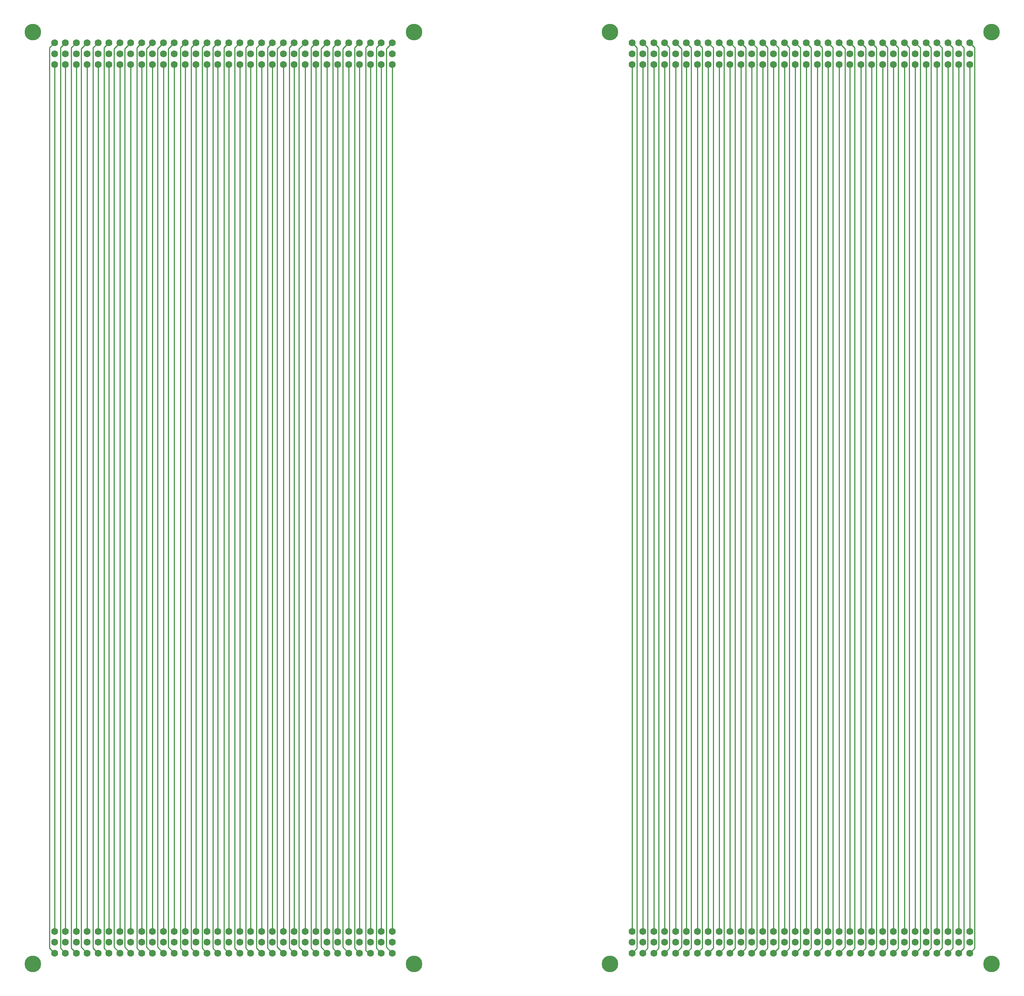
<source format=gbr>
%TF.GenerationSoftware,KiCad,Pcbnew,7.0.1*%
%TF.CreationDate,2023-10-13T00:12:24+03:00*%
%TF.ProjectId,turbo_86m_extender_board,74757262-6f5f-4383-966d-5f657874656e,rev?*%
%TF.SameCoordinates,Original*%
%TF.FileFunction,Copper,L1,Top*%
%TF.FilePolarity,Positive*%
%FSLAX46Y46*%
G04 Gerber Fmt 4.6, Leading zero omitted, Abs format (unit mm)*
G04 Created by KiCad (PCBNEW 7.0.1) date 2023-10-13 00:12:24*
%MOMM*%
%LPD*%
G01*
G04 APERTURE LIST*
%TA.AperFunction,ComponentPad*%
%ADD10C,3.800000*%
%TD*%
%TA.AperFunction,ComponentPad*%
%ADD11C,1.600000*%
%TD*%
%TA.AperFunction,Conductor*%
%ADD12C,0.250000*%
%TD*%
G04 APERTURE END LIST*
D10*
%TO.P,D2,*%
%TO.N,*%
X6000000Y-216500000D03*
X93500000Y-216500000D03*
D11*
%TO.P,D2,1,A1*%
%TO.N,A32*%
X88500000Y-214000000D03*
%TO.P,D2,2,A2*%
%TO.N,A31*%
X86000000Y-214000000D03*
%TO.P,D2,3,A3*%
%TO.N,A30*%
X83500000Y-214000000D03*
%TO.P,D2,4,A4*%
%TO.N,A29*%
X81000000Y-214000000D03*
%TO.P,D2,5,A5*%
%TO.N,A28*%
X78500000Y-214000000D03*
%TO.P,D2,6,A6*%
%TO.N,A27*%
X76000000Y-214000000D03*
%TO.P,D2,7,A7*%
%TO.N,A26*%
X73500000Y-214000000D03*
%TO.P,D2,8,A8*%
%TO.N,A25*%
X71000000Y-214000000D03*
%TO.P,D2,9,A9*%
%TO.N,A24*%
X68500000Y-214000000D03*
%TO.P,D2,10,A10*%
%TO.N,A23*%
X66000000Y-214000000D03*
%TO.P,D2,11,A11*%
%TO.N,A22*%
X63500000Y-214000000D03*
%TO.P,D2,12,A12*%
%TO.N,A21*%
X61000000Y-214000000D03*
%TO.P,D2,13,A13*%
%TO.N,A20*%
X58500000Y-214000000D03*
%TO.P,D2,14,A14*%
%TO.N,A19*%
X56000000Y-214000000D03*
%TO.P,D2,15,A15*%
%TO.N,A18*%
X53500000Y-214000000D03*
%TO.P,D2,16,A16*%
%TO.N,A17*%
X51000000Y-214000000D03*
%TO.P,D2,17,A17*%
%TO.N,A16*%
X48500000Y-214000000D03*
%TO.P,D2,18,A18*%
%TO.N,A15*%
X46000000Y-214000000D03*
%TO.P,D2,19,A19*%
%TO.N,A14*%
X43500000Y-214000000D03*
%TO.P,D2,20,A20*%
%TO.N,A13*%
X41000000Y-214000000D03*
%TO.P,D2,21,A21*%
%TO.N,A12*%
X38500000Y-214000000D03*
%TO.P,D2,22,A22*%
%TO.N,A11*%
X36000000Y-214000000D03*
%TO.P,D2,23,A23*%
%TO.N,A10*%
X33500000Y-214000000D03*
%TO.P,D2,24,A24*%
%TO.N,A9*%
X31000000Y-214000000D03*
%TO.P,D2,25,A25*%
%TO.N,A8*%
X28500000Y-214000000D03*
%TO.P,D2,26,A26*%
%TO.N,A7*%
X26000000Y-214000000D03*
%TO.P,D2,27,A27*%
%TO.N,A6*%
X23500000Y-214000000D03*
%TO.P,D2,28,A28*%
%TO.N,A5*%
X21000000Y-214000000D03*
%TO.P,D2,29,A29*%
%TO.N,A4*%
X18500000Y-214000000D03*
%TO.P,D2,30,A30*%
%TO.N,A3*%
X16000000Y-214000000D03*
%TO.P,D2,31,A31*%
%TO.N,A2*%
X13500000Y-214000000D03*
%TO.P,D2,32,A32*%
%TO.N,A1*%
X11000000Y-214000000D03*
%TO.P,D2,33,B1*%
%TO.N,B32*%
X88500000Y-211500000D03*
%TO.P,D2,34,B2*%
%TO.N,B31*%
X86000000Y-211500000D03*
%TO.P,D2,35,B3*%
%TO.N,B30*%
X83500000Y-211500000D03*
%TO.P,D2,36,B4*%
%TO.N,B29*%
X81000000Y-211500000D03*
%TO.P,D2,37,B5*%
%TO.N,B28*%
X78500000Y-211500000D03*
%TO.P,D2,38,B6*%
%TO.N,B27*%
X76000000Y-211500000D03*
%TO.P,D2,39,B7*%
%TO.N,B26*%
X73500000Y-211500000D03*
%TO.P,D2,40,B8*%
%TO.N,B25*%
X71000000Y-211500000D03*
%TO.P,D2,41,B9*%
%TO.N,B24*%
X68500000Y-211500000D03*
%TO.P,D2,42,B10*%
%TO.N,B23*%
X66000000Y-211500000D03*
%TO.P,D2,43,B11*%
%TO.N,B22*%
X63500000Y-211500000D03*
%TO.P,D2,44,B12*%
%TO.N,B21*%
X61000000Y-211500000D03*
%TO.P,D2,45,B13*%
%TO.N,B20*%
X58500000Y-211500000D03*
%TO.P,D2,46,B14*%
%TO.N,B19*%
X56000000Y-211500000D03*
%TO.P,D2,47,B15*%
%TO.N,B18*%
X53500000Y-211500000D03*
%TO.P,D2,48,B16*%
%TO.N,B17*%
X51000000Y-211500000D03*
%TO.P,D2,49,B17*%
%TO.N,B16*%
X48500000Y-211500000D03*
%TO.P,D2,50,B18*%
%TO.N,B15*%
X46000000Y-211500000D03*
%TO.P,D2,51,B19*%
%TO.N,B14*%
X43500000Y-211500000D03*
%TO.P,D2,52,B20*%
%TO.N,B13*%
X41000000Y-211500000D03*
%TO.P,D2,53,B21*%
%TO.N,B12*%
X38500000Y-211500000D03*
%TO.P,D2,54,B22*%
%TO.N,B11*%
X36000000Y-211500000D03*
%TO.P,D2,55,B23*%
%TO.N,B10*%
X33500000Y-211500000D03*
%TO.P,D2,56,B24*%
%TO.N,B9*%
X31000000Y-211500000D03*
%TO.P,D2,57,B25*%
%TO.N,B8*%
X28500000Y-211500000D03*
%TO.P,D2,58,B26*%
%TO.N,B7*%
X26000000Y-211500000D03*
%TO.P,D2,59,B27*%
%TO.N,B6*%
X23500000Y-211500000D03*
%TO.P,D2,60,B28*%
%TO.N,B5*%
X21000000Y-211500000D03*
%TO.P,D2,61,B29*%
%TO.N,B4*%
X18500000Y-211500000D03*
%TO.P,D2,62,B30*%
%TO.N,B3*%
X16000000Y-211500000D03*
%TO.P,D2,63,B31*%
%TO.N,B2*%
X13500000Y-211500000D03*
%TO.P,D2,64,B32*%
%TO.N,B1*%
X11000000Y-211500000D03*
%TO.P,D2,65,C1*%
%TO.N,C32*%
X88500000Y-209000000D03*
%TO.P,D2,66,C2*%
%TO.N,C31*%
X86000000Y-209000000D03*
%TO.P,D2,67,C3*%
%TO.N,C30*%
X83500000Y-209000000D03*
%TO.P,D2,68,C4*%
%TO.N,C29*%
X81000000Y-209000000D03*
%TO.P,D2,69,C5*%
%TO.N,C28*%
X78500000Y-209000000D03*
%TO.P,D2,70,C6*%
%TO.N,C27*%
X76000000Y-209000000D03*
%TO.P,D2,71,C7*%
%TO.N,C26*%
X73500000Y-209000000D03*
%TO.P,D2,72,C8*%
%TO.N,C25*%
X71000000Y-209000000D03*
%TO.P,D2,73,C9*%
%TO.N,C24*%
X68500000Y-209000000D03*
%TO.P,D2,74,C10*%
%TO.N,C23*%
X66000000Y-209000000D03*
%TO.P,D2,75,C11*%
%TO.N,C22*%
X63500000Y-209000000D03*
%TO.P,D2,76,C12*%
%TO.N,C21*%
X61000000Y-209000000D03*
%TO.P,D2,77,C13*%
%TO.N,C20*%
X58500000Y-209000000D03*
%TO.P,D2,78,C14*%
%TO.N,C19*%
X56000000Y-209000000D03*
%TO.P,D2,79,C15*%
%TO.N,C18*%
X53500000Y-209000000D03*
%TO.P,D2,80,C16*%
%TO.N,C17*%
X51000000Y-209000000D03*
%TO.P,D2,81,C17*%
%TO.N,C16*%
X48500000Y-209000000D03*
%TO.P,D2,82,C18*%
%TO.N,C15*%
X46000000Y-209000000D03*
%TO.P,D2,83,C19*%
%TO.N,C14*%
X43500000Y-209000000D03*
%TO.P,D2,84,C20*%
%TO.N,C13*%
X41000000Y-209000000D03*
%TO.P,D2,85,C21*%
%TO.N,C12*%
X38500000Y-209000000D03*
%TO.P,D2,86,C22*%
%TO.N,C11*%
X36000000Y-209000000D03*
%TO.P,D2,87,C23*%
%TO.N,C10*%
X33500000Y-209000000D03*
%TO.P,D2,88,C24*%
%TO.N,C9*%
X31000000Y-209000000D03*
%TO.P,D2,89,C25*%
%TO.N,C8*%
X28500000Y-209000000D03*
%TO.P,D2,90,C26*%
%TO.N,C7*%
X26000000Y-209000000D03*
%TO.P,D2,91,C27*%
%TO.N,C6*%
X23500000Y-209000000D03*
%TO.P,D2,92,C28*%
%TO.N,C5*%
X21000000Y-209000000D03*
%TO.P,D2,93,C29*%
%TO.N,C4*%
X18500000Y-209000000D03*
%TO.P,D2,94,C30*%
%TO.N,C3*%
X16000000Y-209000000D03*
%TO.P,D2,95,C31*%
%TO.N,C2*%
X13500000Y-209000000D03*
%TO.P,D2,96,C32*%
%TO.N,C1*%
X11000000Y-209000000D03*
%TD*%
D10*
%TO.P,D4,*%
%TO.N,*%
X138500000Y-216500000D03*
X226000000Y-216500000D03*
D11*
%TO.P,D4,1,A1*%
%TO.N,_A32*%
X221000000Y-214000000D03*
%TO.P,D4,2,A2*%
%TO.N,_A31*%
X218500000Y-214000000D03*
%TO.P,D4,3,A3*%
%TO.N,_A30*%
X216000000Y-214000000D03*
%TO.P,D4,4,A4*%
%TO.N,_A29*%
X213500000Y-214000000D03*
%TO.P,D4,5,A5*%
%TO.N,_A28*%
X211000000Y-214000000D03*
%TO.P,D4,6,A6*%
%TO.N,_A27*%
X208500000Y-214000000D03*
%TO.P,D4,7,A7*%
%TO.N,_A26*%
X206000000Y-214000000D03*
%TO.P,D4,8,A8*%
%TO.N,_A25*%
X203500000Y-214000000D03*
%TO.P,D4,9,A9*%
%TO.N,_A24*%
X201000000Y-214000000D03*
%TO.P,D4,10,A10*%
%TO.N,_A23*%
X198500000Y-214000000D03*
%TO.P,D4,11,A11*%
%TO.N,_A22*%
X196000000Y-214000000D03*
%TO.P,D4,12,A12*%
%TO.N,_A21*%
X193500000Y-214000000D03*
%TO.P,D4,13,A13*%
%TO.N,_A20*%
X191000000Y-214000000D03*
%TO.P,D4,14,A14*%
%TO.N,_A19*%
X188500000Y-214000000D03*
%TO.P,D4,15,A15*%
%TO.N,_A18*%
X186000000Y-214000000D03*
%TO.P,D4,16,A16*%
%TO.N,_A17*%
X183500000Y-214000000D03*
%TO.P,D4,17,A17*%
%TO.N,_A16*%
X181000000Y-214000000D03*
%TO.P,D4,18,A18*%
%TO.N,_A15*%
X178500000Y-214000000D03*
%TO.P,D4,19,A19*%
%TO.N,_A14*%
X176000000Y-214000000D03*
%TO.P,D4,20,A20*%
%TO.N,_A13*%
X173500000Y-214000000D03*
%TO.P,D4,21,A21*%
%TO.N,_A12*%
X171000000Y-214000000D03*
%TO.P,D4,22,A22*%
%TO.N,_A11*%
X168500000Y-214000000D03*
%TO.P,D4,23,A23*%
%TO.N,_A10*%
X166000000Y-214000000D03*
%TO.P,D4,24,A24*%
%TO.N,_A9*%
X163500000Y-214000000D03*
%TO.P,D4,25,A25*%
%TO.N,_A8*%
X161000000Y-214000000D03*
%TO.P,D4,26,A26*%
%TO.N,_A7*%
X158500000Y-214000000D03*
%TO.P,D4,27,A27*%
%TO.N,_A6*%
X156000000Y-214000000D03*
%TO.P,D4,28,A28*%
%TO.N,_A5*%
X153500000Y-214000000D03*
%TO.P,D4,29,A29*%
%TO.N,_A4*%
X151000000Y-214000000D03*
%TO.P,D4,30,A30*%
%TO.N,_A3*%
X148500000Y-214000000D03*
%TO.P,D4,31,A31*%
%TO.N,_A2*%
X146000000Y-214000000D03*
%TO.P,D4,32,A32*%
%TO.N,_A1*%
X143500000Y-214000000D03*
%TO.P,D4,33,B1*%
%TO.N,_B32*%
X221000000Y-211500000D03*
%TO.P,D4,34,B2*%
%TO.N,_B31*%
X218500000Y-211500000D03*
%TO.P,D4,35,B3*%
%TO.N,_B30*%
X216000000Y-211500000D03*
%TO.P,D4,36,B4*%
%TO.N,_B29*%
X213500000Y-211500000D03*
%TO.P,D4,37,B5*%
%TO.N,_B28*%
X211000000Y-211500000D03*
%TO.P,D4,38,B6*%
%TO.N,_B27*%
X208500000Y-211500000D03*
%TO.P,D4,39,B7*%
%TO.N,_B26*%
X206000000Y-211500000D03*
%TO.P,D4,40,B8*%
%TO.N,_B25*%
X203500000Y-211500000D03*
%TO.P,D4,41,B9*%
%TO.N,_B24*%
X201000000Y-211500000D03*
%TO.P,D4,42,B10*%
%TO.N,_B23*%
X198500000Y-211500000D03*
%TO.P,D4,43,B11*%
%TO.N,_B22*%
X196000000Y-211500000D03*
%TO.P,D4,44,B12*%
%TO.N,_B21*%
X193500000Y-211500000D03*
%TO.P,D4,45,B13*%
%TO.N,_B20*%
X191000000Y-211500000D03*
%TO.P,D4,46,B14*%
%TO.N,_B19*%
X188500000Y-211500000D03*
%TO.P,D4,47,B15*%
%TO.N,_B18*%
X186000000Y-211500000D03*
%TO.P,D4,48,B16*%
%TO.N,_B17*%
X183500000Y-211500000D03*
%TO.P,D4,49,B17*%
%TO.N,_B16*%
X181000000Y-211500000D03*
%TO.P,D4,50,B18*%
%TO.N,_B15*%
X178500000Y-211500000D03*
%TO.P,D4,51,B19*%
%TO.N,_B14*%
X176000000Y-211500000D03*
%TO.P,D4,52,B20*%
%TO.N,_B13*%
X173500000Y-211500000D03*
%TO.P,D4,53,B21*%
%TO.N,_B12*%
X171000000Y-211500000D03*
%TO.P,D4,54,B22*%
%TO.N,_B11*%
X168500000Y-211500000D03*
%TO.P,D4,55,B23*%
%TO.N,_B10*%
X166000000Y-211500000D03*
%TO.P,D4,56,B24*%
%TO.N,_B9*%
X163500000Y-211500000D03*
%TO.P,D4,57,B25*%
%TO.N,_B8*%
X161000000Y-211500000D03*
%TO.P,D4,58,B26*%
%TO.N,_B7*%
X158500000Y-211500000D03*
%TO.P,D4,59,B27*%
%TO.N,_B6*%
X156000000Y-211500000D03*
%TO.P,D4,60,B28*%
%TO.N,_B5*%
X153500000Y-211500000D03*
%TO.P,D4,61,B29*%
%TO.N,_B4*%
X151000000Y-211500000D03*
%TO.P,D4,62,B30*%
%TO.N,_B3*%
X148500000Y-211500000D03*
%TO.P,D4,63,B31*%
%TO.N,_B2*%
X146000000Y-211500000D03*
%TO.P,D4,64,B32*%
%TO.N,_B1*%
X143500000Y-211500000D03*
%TO.P,D4,65,C1*%
%TO.N,_C32*%
X221000000Y-209000000D03*
%TO.P,D4,66,C2*%
%TO.N,_C31*%
X218500000Y-209000000D03*
%TO.P,D4,67,C3*%
%TO.N,_C30*%
X216000000Y-209000000D03*
%TO.P,D4,68,C4*%
%TO.N,_C29*%
X213500000Y-209000000D03*
%TO.P,D4,69,C5*%
%TO.N,_C28*%
X211000000Y-209000000D03*
%TO.P,D4,70,C6*%
%TO.N,_C27*%
X208500000Y-209000000D03*
%TO.P,D4,71,C7*%
%TO.N,_C26*%
X206000000Y-209000000D03*
%TO.P,D4,72,C8*%
%TO.N,_C25*%
X203500000Y-209000000D03*
%TO.P,D4,73,C9*%
%TO.N,_C24*%
X201000000Y-209000000D03*
%TO.P,D4,74,C10*%
%TO.N,_C23*%
X198500000Y-209000000D03*
%TO.P,D4,75,C11*%
%TO.N,_C22*%
X196000000Y-209000000D03*
%TO.P,D4,76,C12*%
%TO.N,_C21*%
X193500000Y-209000000D03*
%TO.P,D4,77,C13*%
%TO.N,_C20*%
X191000000Y-209000000D03*
%TO.P,D4,78,C14*%
%TO.N,_C19*%
X188500000Y-209000000D03*
%TO.P,D4,79,C15*%
%TO.N,_C18*%
X186000000Y-209000000D03*
%TO.P,D4,80,C16*%
%TO.N,_C17*%
X183500000Y-209000000D03*
%TO.P,D4,81,C17*%
%TO.N,_C16*%
X181000000Y-209000000D03*
%TO.P,D4,82,C18*%
%TO.N,_C15*%
X178500000Y-209000000D03*
%TO.P,D4,83,C19*%
%TO.N,_C14*%
X176000000Y-209000000D03*
%TO.P,D4,84,C20*%
%TO.N,_C13*%
X173500000Y-209000000D03*
%TO.P,D4,85,C21*%
%TO.N,_C12*%
X171000000Y-209000000D03*
%TO.P,D4,86,C22*%
%TO.N,_C11*%
X168500000Y-209000000D03*
%TO.P,D4,87,C23*%
%TO.N,_C10*%
X166000000Y-209000000D03*
%TO.P,D4,88,C24*%
%TO.N,_C9*%
X163500000Y-209000000D03*
%TO.P,D4,89,C25*%
%TO.N,_C8*%
X161000000Y-209000000D03*
%TO.P,D4,90,C26*%
%TO.N,_C7*%
X158500000Y-209000000D03*
%TO.P,D4,91,C27*%
%TO.N,_C6*%
X156000000Y-209000000D03*
%TO.P,D4,92,C28*%
%TO.N,_C5*%
X153500000Y-209000000D03*
%TO.P,D4,93,C29*%
%TO.N,_C4*%
X151000000Y-209000000D03*
%TO.P,D4,94,C30*%
%TO.N,_C3*%
X148500000Y-209000000D03*
%TO.P,D4,95,C31*%
%TO.N,_C2*%
X146000000Y-209000000D03*
%TO.P,D4,96,C32*%
%TO.N,_C1*%
X143500000Y-209000000D03*
%TD*%
D10*
%TO.P,D1,*%
%TO.N,*%
X93500000Y-2500000D03*
X6000000Y-2500000D03*
D11*
%TO.P,D1,1,A1*%
%TO.N,A1*%
X11000000Y-5000000D03*
%TO.P,D1,2,A2*%
%TO.N,A2*%
X13500000Y-5000000D03*
%TO.P,D1,3,A3*%
%TO.N,A3*%
X16000000Y-5000000D03*
%TO.P,D1,4,A4*%
%TO.N,A4*%
X18500000Y-5000000D03*
%TO.P,D1,5,A5*%
%TO.N,A5*%
X21000000Y-5000000D03*
%TO.P,D1,6,A6*%
%TO.N,A6*%
X23500000Y-5000000D03*
%TO.P,D1,7,A7*%
%TO.N,A7*%
X26000000Y-5000000D03*
%TO.P,D1,8,A8*%
%TO.N,A8*%
X28500000Y-5000000D03*
%TO.P,D1,9,A9*%
%TO.N,A9*%
X31000000Y-5000000D03*
%TO.P,D1,10,A10*%
%TO.N,A10*%
X33500000Y-5000000D03*
%TO.P,D1,11,A11*%
%TO.N,A11*%
X36000000Y-5000000D03*
%TO.P,D1,12,A12*%
%TO.N,A12*%
X38500000Y-5000000D03*
%TO.P,D1,13,A13*%
%TO.N,A13*%
X41000000Y-5000000D03*
%TO.P,D1,14,A14*%
%TO.N,A14*%
X43500000Y-5000000D03*
%TO.P,D1,15,A15*%
%TO.N,A15*%
X46000000Y-5000000D03*
%TO.P,D1,16,A16*%
%TO.N,A16*%
X48500000Y-5000000D03*
%TO.P,D1,17,A17*%
%TO.N,A17*%
X51000000Y-5000000D03*
%TO.P,D1,18,A18*%
%TO.N,A18*%
X53500000Y-5000000D03*
%TO.P,D1,19,A19*%
%TO.N,A19*%
X56000000Y-5000000D03*
%TO.P,D1,20,A20*%
%TO.N,A20*%
X58500000Y-5000000D03*
%TO.P,D1,21,A21*%
%TO.N,A21*%
X61000000Y-5000000D03*
%TO.P,D1,22,A22*%
%TO.N,A22*%
X63500000Y-5000000D03*
%TO.P,D1,23,A23*%
%TO.N,A23*%
X66000000Y-5000000D03*
%TO.P,D1,24,A24*%
%TO.N,A24*%
X68500000Y-5000000D03*
%TO.P,D1,25,A25*%
%TO.N,A25*%
X71000000Y-5000000D03*
%TO.P,D1,26,A26*%
%TO.N,A26*%
X73500000Y-5000000D03*
%TO.P,D1,27,A27*%
%TO.N,A27*%
X76000000Y-5000000D03*
%TO.P,D1,28,A28*%
%TO.N,A28*%
X78500000Y-5000000D03*
%TO.P,D1,29,A29*%
%TO.N,A29*%
X81000000Y-5000000D03*
%TO.P,D1,30,A30*%
%TO.N,A30*%
X83500000Y-5000000D03*
%TO.P,D1,31,A31*%
%TO.N,A31*%
X86000000Y-5000000D03*
%TO.P,D1,32,A32*%
%TO.N,A32*%
X88500000Y-5000000D03*
%TO.P,D1,33,B1*%
%TO.N,B1*%
X11000000Y-7500000D03*
%TO.P,D1,34,B2*%
%TO.N,B2*%
X13500000Y-7500000D03*
%TO.P,D1,35,B3*%
%TO.N,B3*%
X16000000Y-7500000D03*
%TO.P,D1,36,B4*%
%TO.N,B4*%
X18500000Y-7500000D03*
%TO.P,D1,37,B5*%
%TO.N,B5*%
X21000000Y-7500000D03*
%TO.P,D1,38,B6*%
%TO.N,B6*%
X23500000Y-7500000D03*
%TO.P,D1,39,B7*%
%TO.N,B7*%
X26000000Y-7500000D03*
%TO.P,D1,40,B8*%
%TO.N,B8*%
X28500000Y-7500000D03*
%TO.P,D1,41,B9*%
%TO.N,B9*%
X31000000Y-7500000D03*
%TO.P,D1,42,B10*%
%TO.N,B10*%
X33500000Y-7500000D03*
%TO.P,D1,43,B11*%
%TO.N,B11*%
X36000000Y-7500000D03*
%TO.P,D1,44,B12*%
%TO.N,B12*%
X38500000Y-7500000D03*
%TO.P,D1,45,B13*%
%TO.N,B13*%
X41000000Y-7500000D03*
%TO.P,D1,46,B14*%
%TO.N,B14*%
X43500000Y-7500000D03*
%TO.P,D1,47,B15*%
%TO.N,B15*%
X46000000Y-7500000D03*
%TO.P,D1,48,B16*%
%TO.N,B16*%
X48500000Y-7500000D03*
%TO.P,D1,49,B17*%
%TO.N,B17*%
X51000000Y-7500000D03*
%TO.P,D1,50,B18*%
%TO.N,B18*%
X53500000Y-7500000D03*
%TO.P,D1,51,B19*%
%TO.N,B19*%
X56000000Y-7500000D03*
%TO.P,D1,52,B20*%
%TO.N,B20*%
X58500000Y-7500000D03*
%TO.P,D1,53,B21*%
%TO.N,B21*%
X61000000Y-7500000D03*
%TO.P,D1,54,B22*%
%TO.N,B22*%
X63500000Y-7500000D03*
%TO.P,D1,55,B23*%
%TO.N,B23*%
X66000000Y-7500000D03*
%TO.P,D1,56,B24*%
%TO.N,B24*%
X68500000Y-7500000D03*
%TO.P,D1,57,B25*%
%TO.N,B25*%
X71000000Y-7500000D03*
%TO.P,D1,58,B26*%
%TO.N,B26*%
X73500000Y-7500000D03*
%TO.P,D1,59,B27*%
%TO.N,B27*%
X76000000Y-7500000D03*
%TO.P,D1,60,B28*%
%TO.N,B28*%
X78500000Y-7500000D03*
%TO.P,D1,61,B29*%
%TO.N,B29*%
X81000000Y-7500000D03*
%TO.P,D1,62,B30*%
%TO.N,B30*%
X83500000Y-7500000D03*
%TO.P,D1,63,B31*%
%TO.N,B31*%
X86000000Y-7500000D03*
%TO.P,D1,64,B32*%
%TO.N,B32*%
X88500000Y-7500000D03*
%TO.P,D1,65,C1*%
%TO.N,C1*%
X11000000Y-10000000D03*
%TO.P,D1,66,C2*%
%TO.N,C2*%
X13500000Y-10000000D03*
%TO.P,D1,67,C3*%
%TO.N,C3*%
X16000000Y-10000000D03*
%TO.P,D1,68,C4*%
%TO.N,C4*%
X18500000Y-10000000D03*
%TO.P,D1,69,C5*%
%TO.N,C5*%
X21000000Y-10000000D03*
%TO.P,D1,70,C6*%
%TO.N,C6*%
X23500000Y-10000000D03*
%TO.P,D1,71,C7*%
%TO.N,C7*%
X26000000Y-10000000D03*
%TO.P,D1,72,C8*%
%TO.N,C8*%
X28500000Y-10000000D03*
%TO.P,D1,73,C9*%
%TO.N,C9*%
X31000000Y-10000000D03*
%TO.P,D1,74,C10*%
%TO.N,C10*%
X33500000Y-10000000D03*
%TO.P,D1,75,C11*%
%TO.N,C11*%
X36000000Y-10000000D03*
%TO.P,D1,76,C12*%
%TO.N,C12*%
X38500000Y-10000000D03*
%TO.P,D1,77,C13*%
%TO.N,C13*%
X41000000Y-10000000D03*
%TO.P,D1,78,C14*%
%TO.N,C14*%
X43500000Y-10000000D03*
%TO.P,D1,79,C15*%
%TO.N,C15*%
X46000000Y-10000000D03*
%TO.P,D1,80,C16*%
%TO.N,C16*%
X48500000Y-10000000D03*
%TO.P,D1,81,C17*%
%TO.N,C17*%
X51000000Y-10000000D03*
%TO.P,D1,82,C18*%
%TO.N,C18*%
X53500000Y-10000000D03*
%TO.P,D1,83,C19*%
%TO.N,C19*%
X56000000Y-10000000D03*
%TO.P,D1,84,C20*%
%TO.N,C20*%
X58500000Y-10000000D03*
%TO.P,D1,85,C21*%
%TO.N,C21*%
X61000000Y-10000000D03*
%TO.P,D1,86,C22*%
%TO.N,C22*%
X63500000Y-10000000D03*
%TO.P,D1,87,C23*%
%TO.N,C23*%
X66000000Y-10000000D03*
%TO.P,D1,88,C24*%
%TO.N,C24*%
X68500000Y-10000000D03*
%TO.P,D1,89,C25*%
%TO.N,C25*%
X71000000Y-10000000D03*
%TO.P,D1,90,C26*%
%TO.N,C26*%
X73500000Y-10000000D03*
%TO.P,D1,91,C27*%
%TO.N,C27*%
X76000000Y-10000000D03*
%TO.P,D1,92,C28*%
%TO.N,C28*%
X78500000Y-10000000D03*
%TO.P,D1,93,C29*%
%TO.N,C29*%
X81000000Y-10000000D03*
%TO.P,D1,94,C30*%
%TO.N,C30*%
X83500000Y-10000000D03*
%TO.P,D1,95,C31*%
%TO.N,C31*%
X86000000Y-10000000D03*
%TO.P,D1,96,C32*%
%TO.N,C32*%
X88500000Y-10000000D03*
%TD*%
D10*
%TO.P,D3,*%
%TO.N,*%
X226000000Y-2500000D03*
X138500000Y-2500000D03*
D11*
%TO.P,D3,1,A1*%
%TO.N,_A1*%
X143500000Y-5000000D03*
%TO.P,D3,2,A2*%
%TO.N,_A2*%
X146000000Y-5000000D03*
%TO.P,D3,3,A3*%
%TO.N,_A3*%
X148500000Y-5000000D03*
%TO.P,D3,4,A4*%
%TO.N,_A4*%
X151000000Y-5000000D03*
%TO.P,D3,5,A5*%
%TO.N,_A5*%
X153500000Y-5000000D03*
%TO.P,D3,6,A6*%
%TO.N,_A6*%
X156000000Y-5000000D03*
%TO.P,D3,7,A7*%
%TO.N,_A7*%
X158500000Y-5000000D03*
%TO.P,D3,8,A8*%
%TO.N,_A8*%
X161000000Y-5000000D03*
%TO.P,D3,9,A9*%
%TO.N,_A9*%
X163500000Y-5000000D03*
%TO.P,D3,10,A10*%
%TO.N,_A10*%
X166000000Y-5000000D03*
%TO.P,D3,11,A11*%
%TO.N,_A11*%
X168500000Y-5000000D03*
%TO.P,D3,12,A12*%
%TO.N,_A12*%
X171000000Y-5000000D03*
%TO.P,D3,13,A13*%
%TO.N,_A13*%
X173500000Y-5000000D03*
%TO.P,D3,14,A14*%
%TO.N,_A14*%
X176000000Y-5000000D03*
%TO.P,D3,15,A15*%
%TO.N,_A15*%
X178500000Y-5000000D03*
%TO.P,D3,16,A16*%
%TO.N,_A16*%
X181000000Y-5000000D03*
%TO.P,D3,17,A17*%
%TO.N,_A17*%
X183500000Y-5000000D03*
%TO.P,D3,18,A18*%
%TO.N,_A18*%
X186000000Y-5000000D03*
%TO.P,D3,19,A19*%
%TO.N,_A19*%
X188500000Y-5000000D03*
%TO.P,D3,20,A20*%
%TO.N,_A20*%
X191000000Y-5000000D03*
%TO.P,D3,21,A21*%
%TO.N,_A21*%
X193500000Y-5000000D03*
%TO.P,D3,22,A22*%
%TO.N,_A22*%
X196000000Y-5000000D03*
%TO.P,D3,23,A23*%
%TO.N,_A23*%
X198500000Y-5000000D03*
%TO.P,D3,24,A24*%
%TO.N,_A24*%
X201000000Y-5000000D03*
%TO.P,D3,25,A25*%
%TO.N,_A25*%
X203500000Y-5000000D03*
%TO.P,D3,26,A26*%
%TO.N,_A26*%
X206000000Y-5000000D03*
%TO.P,D3,27,A27*%
%TO.N,_A27*%
X208500000Y-5000000D03*
%TO.P,D3,28,A28*%
%TO.N,_A28*%
X211000000Y-5000000D03*
%TO.P,D3,29,A29*%
%TO.N,_A29*%
X213500000Y-5000000D03*
%TO.P,D3,30,A30*%
%TO.N,_A30*%
X216000000Y-5000000D03*
%TO.P,D3,31,A31*%
%TO.N,_A31*%
X218500000Y-5000000D03*
%TO.P,D3,32,A32*%
%TO.N,_A32*%
X221000000Y-5000000D03*
%TO.P,D3,33,B1*%
%TO.N,_B1*%
X143500000Y-7500000D03*
%TO.P,D3,34,B2*%
%TO.N,_B2*%
X146000000Y-7500000D03*
%TO.P,D3,35,B3*%
%TO.N,_B3*%
X148500000Y-7500000D03*
%TO.P,D3,36,B4*%
%TO.N,_B4*%
X151000000Y-7500000D03*
%TO.P,D3,37,B5*%
%TO.N,_B5*%
X153500000Y-7500000D03*
%TO.P,D3,38,B6*%
%TO.N,_B6*%
X156000000Y-7500000D03*
%TO.P,D3,39,B7*%
%TO.N,_B7*%
X158500000Y-7500000D03*
%TO.P,D3,40,B8*%
%TO.N,_B8*%
X161000000Y-7500000D03*
%TO.P,D3,41,B9*%
%TO.N,_B9*%
X163500000Y-7500000D03*
%TO.P,D3,42,B10*%
%TO.N,_B10*%
X166000000Y-7500000D03*
%TO.P,D3,43,B11*%
%TO.N,_B11*%
X168500000Y-7500000D03*
%TO.P,D3,44,B12*%
%TO.N,_B12*%
X171000000Y-7500000D03*
%TO.P,D3,45,B13*%
%TO.N,_B13*%
X173500000Y-7500000D03*
%TO.P,D3,46,B14*%
%TO.N,_B14*%
X176000000Y-7500000D03*
%TO.P,D3,47,B15*%
%TO.N,_B15*%
X178500000Y-7500000D03*
%TO.P,D3,48,B16*%
%TO.N,_B16*%
X181000000Y-7500000D03*
%TO.P,D3,49,B17*%
%TO.N,_B17*%
X183500000Y-7500000D03*
%TO.P,D3,50,B18*%
%TO.N,_B18*%
X186000000Y-7500000D03*
%TO.P,D3,51,B19*%
%TO.N,_B19*%
X188500000Y-7500000D03*
%TO.P,D3,52,B20*%
%TO.N,_B20*%
X191000000Y-7500000D03*
%TO.P,D3,53,B21*%
%TO.N,_B21*%
X193500000Y-7500000D03*
%TO.P,D3,54,B22*%
%TO.N,_B22*%
X196000000Y-7500000D03*
%TO.P,D3,55,B23*%
%TO.N,_B23*%
X198500000Y-7500000D03*
%TO.P,D3,56,B24*%
%TO.N,_B24*%
X201000000Y-7500000D03*
%TO.P,D3,57,B25*%
%TO.N,_B25*%
X203500000Y-7500000D03*
%TO.P,D3,58,B26*%
%TO.N,_B26*%
X206000000Y-7500000D03*
%TO.P,D3,59,B27*%
%TO.N,_B27*%
X208500000Y-7500000D03*
%TO.P,D3,60,B28*%
%TO.N,_B28*%
X211000000Y-7500000D03*
%TO.P,D3,61,B29*%
%TO.N,_B29*%
X213500000Y-7500000D03*
%TO.P,D3,62,B30*%
%TO.N,_B30*%
X216000000Y-7500000D03*
%TO.P,D3,63,B31*%
%TO.N,_B31*%
X218500000Y-7500000D03*
%TO.P,D3,64,B32*%
%TO.N,_B32*%
X221000000Y-7500000D03*
%TO.P,D3,65,C1*%
%TO.N,_C1*%
X143500000Y-10000000D03*
%TO.P,D3,66,C2*%
%TO.N,_C2*%
X146000000Y-10000000D03*
%TO.P,D3,67,C3*%
%TO.N,_C3*%
X148500000Y-10000000D03*
%TO.P,D3,68,C4*%
%TO.N,_C4*%
X151000000Y-10000000D03*
%TO.P,D3,69,C5*%
%TO.N,_C5*%
X153500000Y-10000000D03*
%TO.P,D3,70,C6*%
%TO.N,_C6*%
X156000000Y-10000000D03*
%TO.P,D3,71,C7*%
%TO.N,_C7*%
X158500000Y-10000000D03*
%TO.P,D3,72,C8*%
%TO.N,_C8*%
X161000000Y-10000000D03*
%TO.P,D3,73,C9*%
%TO.N,_C9*%
X163500000Y-10000000D03*
%TO.P,D3,74,C10*%
%TO.N,_C10*%
X166000000Y-10000000D03*
%TO.P,D3,75,C11*%
%TO.N,_C11*%
X168500000Y-10000000D03*
%TO.P,D3,76,C12*%
%TO.N,_C12*%
X171000000Y-10000000D03*
%TO.P,D3,77,C13*%
%TO.N,_C13*%
X173500000Y-10000000D03*
%TO.P,D3,78,C14*%
%TO.N,_C14*%
X176000000Y-10000000D03*
%TO.P,D3,79,C15*%
%TO.N,_C15*%
X178500000Y-10000000D03*
%TO.P,D3,80,C16*%
%TO.N,_C16*%
X181000000Y-10000000D03*
%TO.P,D3,81,C17*%
%TO.N,_C17*%
X183500000Y-10000000D03*
%TO.P,D3,82,C18*%
%TO.N,_C18*%
X186000000Y-10000000D03*
%TO.P,D3,83,C19*%
%TO.N,_C19*%
X188500000Y-10000000D03*
%TO.P,D3,84,C20*%
%TO.N,_C20*%
X191000000Y-10000000D03*
%TO.P,D3,85,C21*%
%TO.N,_C21*%
X193500000Y-10000000D03*
%TO.P,D3,86,C22*%
%TO.N,_C22*%
X196000000Y-10000000D03*
%TO.P,D3,87,C23*%
%TO.N,_C23*%
X198500000Y-10000000D03*
%TO.P,D3,88,C24*%
%TO.N,_C24*%
X201000000Y-10000000D03*
%TO.P,D3,89,C25*%
%TO.N,_C25*%
X203500000Y-10000000D03*
%TO.P,D3,90,C26*%
%TO.N,_C26*%
X206000000Y-10000000D03*
%TO.P,D3,91,C27*%
%TO.N,_C27*%
X208500000Y-10000000D03*
%TO.P,D3,92,C28*%
%TO.N,_C28*%
X211000000Y-10000000D03*
%TO.P,D3,93,C29*%
%TO.N,_C29*%
X213500000Y-10000000D03*
%TO.P,D3,94,C30*%
%TO.N,_C30*%
X216000000Y-10000000D03*
%TO.P,D3,95,C31*%
%TO.N,_C31*%
X218500000Y-10000000D03*
%TO.P,D3,96,C32*%
%TO.N,_C32*%
X221000000Y-10000000D03*
%TD*%
D12*
%TO.N,A1*%
X9875000Y-212875000D02*
X11000000Y-214000000D01*
X9875000Y-6125000D02*
X9875000Y-212875000D01*
X11000000Y-5000000D02*
X9875000Y-6125000D01*
%TO.N,A2*%
X12375000Y-6125000D02*
X13500000Y-5000000D01*
X13500000Y-214000000D02*
X12375000Y-212875000D01*
X12375000Y-212875000D02*
X12375000Y-6125000D01*
%TO.N,A3*%
X14875000Y-6125000D02*
X14875000Y-212875000D01*
X14875000Y-212875000D02*
X16000000Y-214000000D01*
X16000000Y-5000000D02*
X14875000Y-6125000D01*
%TO.N,A4*%
X18500000Y-214000000D02*
X17125000Y-212625000D01*
X17125000Y-212625000D02*
X17125000Y-6375000D01*
X17125000Y-6375000D02*
X18500000Y-5000000D01*
%TO.N,A5*%
X19875000Y-212875000D02*
X21000000Y-214000000D01*
X21000000Y-5000000D02*
X19875000Y-6125000D01*
X19875000Y-6125000D02*
X19875000Y-212875000D01*
%TO.N,A6*%
X22375000Y-6125000D02*
X23500000Y-5000000D01*
X22375000Y-212875000D02*
X22375000Y-6125000D01*
X23500000Y-214000000D02*
X22375000Y-212875000D01*
%TO.N,A7*%
X24625000Y-212625000D02*
X26000000Y-214000000D01*
X26000000Y-5000000D02*
X24625000Y-6375000D01*
X24625000Y-6375000D02*
X24625000Y-212625000D01*
%TO.N,A8*%
X28500000Y-214000000D02*
X27125000Y-212625000D01*
X27125000Y-212625000D02*
X27125000Y-6375000D01*
X27125000Y-6375000D02*
X28500000Y-5000000D01*
%TO.N,A9*%
X29875000Y-212875000D02*
X31000000Y-214000000D01*
X31000000Y-5000000D02*
X29875000Y-6125000D01*
X29875000Y-6125000D02*
X29875000Y-212875000D01*
%TO.N,A10*%
X33500000Y-214000000D02*
X32125000Y-212625000D01*
X32125000Y-6375000D02*
X33500000Y-5000000D01*
X32125000Y-212625000D02*
X32125000Y-6375000D01*
%TO.N,A11*%
X34625000Y-6375000D02*
X34625000Y-212625000D01*
X34625000Y-212625000D02*
X36000000Y-214000000D01*
X36000000Y-5000000D02*
X34625000Y-6375000D01*
%TO.N,A12*%
X37125000Y-6375000D02*
X38500000Y-5000000D01*
X37125000Y-212625000D02*
X37125000Y-6375000D01*
X38500000Y-214000000D02*
X37125000Y-212625000D01*
%TO.N,A13*%
X39875000Y-212875000D02*
X41000000Y-214000000D01*
X39875000Y-6125000D02*
X39875000Y-212875000D01*
X41000000Y-5000000D02*
X39875000Y-6125000D01*
%TO.N,A14*%
X42375000Y-6125000D02*
X43500000Y-5000000D01*
X43500000Y-214000000D02*
X42375000Y-212875000D01*
X42375000Y-212875000D02*
X42375000Y-6125000D01*
%TO.N,A15*%
X44875000Y-212875000D02*
X46000000Y-214000000D01*
X46000000Y-5000000D02*
X44875000Y-6125000D01*
X44875000Y-6125000D02*
X44875000Y-212875000D01*
%TO.N,A16*%
X48500000Y-214000000D02*
X47375000Y-212875000D01*
X47375000Y-6125000D02*
X48500000Y-5000000D01*
X47375000Y-212875000D02*
X47375000Y-6125000D01*
%TO.N,A17*%
X51000000Y-5000000D02*
X49875000Y-6125000D01*
X49875000Y-212875000D02*
X51000000Y-214000000D01*
X49875000Y-6125000D02*
X49875000Y-212875000D01*
%TO.N,A18*%
X52375000Y-6125000D02*
X53500000Y-5000000D01*
X53500000Y-214000000D02*
X52375000Y-212875000D01*
X52375000Y-212875000D02*
X52375000Y-6125000D01*
%TO.N,A19*%
X56000000Y-5000000D02*
X54875000Y-6125000D01*
X54875000Y-6125000D02*
X54875000Y-212875000D01*
X54875000Y-212875000D02*
X56000000Y-214000000D01*
%TO.N,A20*%
X57375000Y-6125000D02*
X58500000Y-5000000D01*
X58500000Y-214000000D02*
X57375000Y-212875000D01*
X57375000Y-212875000D02*
X57375000Y-6125000D01*
%TO.N,A21*%
X59875000Y-212875000D02*
X61000000Y-214000000D01*
X61000000Y-5000000D02*
X59875000Y-6125000D01*
X59875000Y-6125000D02*
X59875000Y-212875000D01*
%TO.N,A22*%
X63500000Y-214000000D02*
X62125000Y-212625000D01*
X62125000Y-6375000D02*
X63500000Y-5000000D01*
X62125000Y-212625000D02*
X62125000Y-6375000D01*
%TO.N,A23*%
X64875000Y-212875000D02*
X66000000Y-214000000D01*
X66000000Y-5000000D02*
X64875000Y-6125000D01*
X64875000Y-6125000D02*
X64875000Y-212875000D01*
%TO.N,A24*%
X67125000Y-6375000D02*
X68500000Y-5000000D01*
X67125000Y-212625000D02*
X67125000Y-6375000D01*
X68500000Y-214000000D02*
X67125000Y-212625000D01*
%TO.N,A25*%
X69875000Y-6125000D02*
X69875000Y-212875000D01*
X71000000Y-5000000D02*
X69875000Y-6125000D01*
X69875000Y-212875000D02*
X71000000Y-214000000D01*
%TO.N,A26*%
X72125000Y-212625000D02*
X72125000Y-6375000D01*
X72125000Y-6375000D02*
X73500000Y-5000000D01*
X73500000Y-214000000D02*
X72125000Y-212625000D01*
%TO.N,A27*%
X76000000Y-5000000D02*
X74875000Y-6125000D01*
X74875000Y-6125000D02*
X74875000Y-212875000D01*
X74875000Y-212875000D02*
X76000000Y-214000000D01*
%TO.N,A28*%
X78500000Y-214000000D02*
X77125000Y-212625000D01*
X77125000Y-6375000D02*
X78500000Y-5000000D01*
X77125000Y-212625000D02*
X77125000Y-6375000D01*
%TO.N,A29*%
X81000000Y-214000000D02*
X79875000Y-212875000D01*
X79875000Y-6125000D02*
X81000000Y-5000000D01*
X79875000Y-212875000D02*
X79875000Y-6125000D01*
%TO.N,A30*%
X82375000Y-213375000D02*
X83000000Y-214000000D01*
X82375000Y-6125000D02*
X82375000Y-213375000D01*
X83000000Y-214000000D02*
X83500000Y-214000000D01*
X83500000Y-5000000D02*
X82375000Y-6125000D01*
%TO.N,A31*%
X86000000Y-214000000D02*
X84875000Y-212875000D01*
X84875000Y-6125000D02*
X86000000Y-5000000D01*
X84875000Y-212875000D02*
X84875000Y-6125000D01*
%TO.N,A32*%
X88500000Y-5000000D02*
X87125000Y-6375000D01*
X87125000Y-212625000D02*
X88500000Y-214000000D01*
X87125000Y-6375000D02*
X87125000Y-212625000D01*
%TO.N,C1*%
X11000000Y-209000000D02*
X11000000Y-10000000D01*
%TO.N,C2*%
X13500000Y-209000000D02*
X13500000Y-10000000D01*
%TO.N,C3*%
X16000000Y-10000000D02*
X16000000Y-209000000D01*
%TO.N,C4*%
X18500000Y-209000000D02*
X18500000Y-10000000D01*
%TO.N,C5*%
X21000000Y-10000000D02*
X21000000Y-209000000D01*
%TO.N,C6*%
X23500000Y-209000000D02*
X23500000Y-10000000D01*
%TO.N,C7*%
X26000000Y-10000000D02*
X26000000Y-209000000D01*
%TO.N,C8*%
X28500000Y-209000000D02*
X28500000Y-10000000D01*
%TO.N,C9*%
X31000000Y-10000000D02*
X31000000Y-209000000D01*
%TO.N,C10*%
X33500000Y-209000000D02*
X33500000Y-10000000D01*
%TO.N,C11*%
X36000000Y-10000000D02*
X36000000Y-209000000D01*
%TO.N,C12*%
X38500000Y-209000000D02*
X38500000Y-10000000D01*
%TO.N,C13*%
X41000000Y-10000000D02*
X41000000Y-209000000D01*
%TO.N,C14*%
X43500000Y-209000000D02*
X43500000Y-10000000D01*
%TO.N,C15*%
X46000000Y-10000000D02*
X46000000Y-209000000D01*
%TO.N,C16*%
X48500000Y-209000000D02*
X48500000Y-10000000D01*
%TO.N,C17*%
X51000000Y-10000000D02*
X51000000Y-209000000D01*
%TO.N,C18*%
X53500000Y-209000000D02*
X53500000Y-10000000D01*
%TO.N,C19*%
X56000000Y-10000000D02*
X56000000Y-209000000D01*
%TO.N,C20*%
X58500000Y-209000000D02*
X58500000Y-10000000D01*
%TO.N,C21*%
X61000000Y-10000000D02*
X61000000Y-209000000D01*
%TO.N,C22*%
X63500000Y-209000000D02*
X63500000Y-10000000D01*
%TO.N,C23*%
X66000000Y-10000000D02*
X66000000Y-209000000D01*
%TO.N,C24*%
X68500000Y-209000000D02*
X68500000Y-10000000D01*
%TO.N,C25*%
X71000000Y-10000000D02*
X71000000Y-209000000D01*
%TO.N,C26*%
X73500000Y-209000000D02*
X73500000Y-10000000D01*
%TO.N,C27*%
X76000000Y-10000000D02*
X76000000Y-209000000D01*
%TO.N,C28*%
X78500000Y-10000000D02*
X78500000Y-209000000D01*
%TO.N,C29*%
X81000000Y-209000000D02*
X81000000Y-10000000D01*
%TO.N,C30*%
X83500000Y-10000000D02*
X83500000Y-209000000D01*
%TO.N,C31*%
X86000000Y-209000000D02*
X86000000Y-10000000D01*
%TO.N,C32*%
X88500000Y-10000000D02*
X88500000Y-209000000D01*
%TO.N,_A1*%
X143500000Y-5000000D02*
X144625000Y-6125000D01*
X144625000Y-212875000D02*
X143500000Y-214000000D01*
X144625000Y-6125000D02*
X144625000Y-212875000D01*
%TO.N,_A2*%
X146000000Y-214000000D02*
X147125000Y-212875000D01*
X147125000Y-6125000D02*
X146000000Y-5000000D01*
X147125000Y-212875000D02*
X147125000Y-6125000D01*
%TO.N,_A3*%
X149625000Y-6125000D02*
X149625000Y-212875000D01*
X148500000Y-5000000D02*
X149625000Y-6125000D01*
X149625000Y-212875000D02*
X148500000Y-214000000D01*
%TO.N,_A4*%
X152125000Y-212875000D02*
X152125000Y-6125000D01*
X151000000Y-214000000D02*
X152125000Y-212875000D01*
X152125000Y-6125000D02*
X151000000Y-5000000D01*
%TO.N,_A5*%
X153500000Y-5000000D02*
X154875000Y-6375000D01*
X154875000Y-6375000D02*
X154875000Y-212625000D01*
X154875000Y-212625000D02*
X153500000Y-214000000D01*
%TO.N,_A6*%
X157125000Y-212875000D02*
X157125000Y-6125000D01*
X156000000Y-214000000D02*
X157125000Y-212875000D01*
X157125000Y-6125000D02*
X156000000Y-5000000D01*
%TO.N,_A7*%
X158500000Y-5000000D02*
X159625000Y-6125000D01*
X159625000Y-6125000D02*
X159625000Y-212875000D01*
X159625000Y-212875000D02*
X158500000Y-214000000D01*
%TO.N,_A8*%
X161000000Y-214000000D02*
X162125000Y-212875000D01*
X162125000Y-212875000D02*
X162125000Y-6125000D01*
X162125000Y-6125000D02*
X161000000Y-5000000D01*
%TO.N,_A9*%
X164625000Y-6125000D02*
X164625000Y-212875000D01*
X164625000Y-212875000D02*
X163500000Y-214000000D01*
X163500000Y-5000000D02*
X164625000Y-6125000D01*
%TO.N,_A10*%
X167125000Y-212875000D02*
X166000000Y-214000000D01*
X166000000Y-5000000D02*
X167125000Y-6125000D01*
X167125000Y-6125000D02*
X167125000Y-212875000D01*
%TO.N,_A11*%
X169625000Y-6125000D02*
X168500000Y-5000000D01*
X168500000Y-214000000D02*
X169625000Y-212875000D01*
X169625000Y-212875000D02*
X169625000Y-6125000D01*
%TO.N,_A12*%
X171000000Y-5000000D02*
X172125000Y-6125000D01*
X172125000Y-6125000D02*
X172125000Y-212875000D01*
X172125000Y-212875000D02*
X171000000Y-214000000D01*
%TO.N,_A13*%
X174625000Y-212875000D02*
X174625000Y-6125000D01*
X173500000Y-214000000D02*
X174625000Y-212875000D01*
X174625000Y-6125000D02*
X173500000Y-5000000D01*
%TO.N,_A14*%
X177125000Y-212875000D02*
X176000000Y-214000000D01*
X176000000Y-5000000D02*
X177125000Y-6125000D01*
X177125000Y-6125000D02*
X177125000Y-212875000D01*
%TO.N,_A15*%
X178500000Y-214000000D02*
X179625000Y-212875000D01*
X179625000Y-6125000D02*
X178500000Y-5000000D01*
X179625000Y-212875000D02*
X179625000Y-6125000D01*
%TO.N,_A16*%
X182125000Y-6125000D02*
X182125000Y-212875000D01*
X182125000Y-212875000D02*
X181000000Y-214000000D01*
X181000000Y-5000000D02*
X182125000Y-6125000D01*
%TO.N,_A17*%
X184625000Y-212875000D02*
X184625000Y-6125000D01*
X184625000Y-6125000D02*
X183500000Y-5000000D01*
X183500000Y-214000000D02*
X184625000Y-212875000D01*
%TO.N,_A18*%
X186000000Y-5000000D02*
X187125000Y-6125000D01*
X187125000Y-6125000D02*
X187125000Y-212875000D01*
X187125000Y-212875000D02*
X186000000Y-214000000D01*
%TO.N,_A19*%
X189625000Y-6125000D02*
X188500000Y-5000000D01*
X188500000Y-214000000D02*
X189625000Y-212875000D01*
X189625000Y-212875000D02*
X189625000Y-6125000D01*
%TO.N,_A20*%
X192375000Y-212625000D02*
X192375000Y-6375000D01*
X191000000Y-214000000D02*
X192375000Y-212625000D01*
X192375000Y-6375000D02*
X191000000Y-5000000D01*
%TO.N,_A21*%
X194625000Y-6125000D02*
X194625000Y-212875000D01*
X194625000Y-212875000D02*
X193500000Y-214000000D01*
X193500000Y-5000000D02*
X194625000Y-6125000D01*
%TO.N,_A22*%
X197125000Y-212875000D02*
X197125000Y-6125000D01*
X197125000Y-6125000D02*
X196000000Y-5000000D01*
X196000000Y-214000000D02*
X197125000Y-212875000D01*
%TO.N,_A23*%
X198500000Y-5000000D02*
X199625000Y-6125000D01*
X199625000Y-6125000D02*
X199625000Y-212875000D01*
X199625000Y-212875000D02*
X198500000Y-214000000D01*
%TO.N,_A24*%
X202125000Y-6125000D02*
X201000000Y-5000000D01*
X202125000Y-212875000D02*
X202125000Y-6125000D01*
X201000000Y-214000000D02*
X202125000Y-212875000D01*
%TO.N,_A25*%
X203500000Y-5000000D02*
X204625000Y-6125000D01*
X204625000Y-6125000D02*
X204625000Y-212875000D01*
X204625000Y-212875000D02*
X203500000Y-214000000D01*
%TO.N,_A26*%
X207125000Y-212875000D02*
X207125000Y-6125000D01*
X207125000Y-6125000D02*
X206000000Y-5000000D01*
X206000000Y-214000000D02*
X207125000Y-212875000D01*
%TO.N,_A27*%
X209625000Y-6125000D02*
X209625000Y-212875000D01*
X209625000Y-212875000D02*
X208500000Y-214000000D01*
X208500000Y-5000000D02*
X209625000Y-6125000D01*
%TO.N,_A28*%
X211000000Y-214000000D02*
X212125000Y-212875000D01*
X212125000Y-6125000D02*
X211000000Y-5000000D01*
X212125000Y-212875000D02*
X212125000Y-6125000D01*
%TO.N,_A29*%
X214625000Y-6125000D02*
X214625000Y-212875000D01*
X213500000Y-5000000D02*
X214625000Y-6125000D01*
X214625000Y-212875000D02*
X213500000Y-214000000D01*
%TO.N,_A30*%
X216000000Y-214000000D02*
X217125000Y-212875000D01*
X217125000Y-212875000D02*
X217125000Y-6125000D01*
X217125000Y-6125000D02*
X216000000Y-5000000D01*
%TO.N,_A31*%
X218500000Y-5000000D02*
X219625000Y-6125000D01*
X219625000Y-6125000D02*
X219625000Y-212875000D01*
X219625000Y-212875000D02*
X218500000Y-214000000D01*
%TO.N,_A32*%
X222125000Y-6125000D02*
X221000000Y-5000000D01*
X222125000Y-212875000D02*
X222125000Y-6125000D01*
X221000000Y-214000000D02*
X222125000Y-212875000D01*
%TO.N,_C1*%
X143500000Y-10000000D02*
X143500000Y-209000000D01*
%TO.N,_C2*%
X146000000Y-209000000D02*
X146000000Y-10000000D01*
%TO.N,_C3*%
X148500000Y-10000000D02*
X148500000Y-209000000D01*
%TO.N,_C4*%
X151000000Y-209000000D02*
X151000000Y-10000000D01*
%TO.N,_C5*%
X153500000Y-10000000D02*
X153500000Y-209000000D01*
%TO.N,_C6*%
X156000000Y-209000000D02*
X156000000Y-10000000D01*
%TO.N,_C7*%
X158500000Y-10000000D02*
X158500000Y-209000000D01*
%TO.N,_C8*%
X161000000Y-209000000D02*
X161000000Y-10000000D01*
%TO.N,_C9*%
X163500000Y-10000000D02*
X163500000Y-209000000D01*
%TO.N,_C10*%
X166000000Y-209000000D02*
X166000000Y-10000000D01*
%TO.N,_C11*%
X168500000Y-10000000D02*
X168500000Y-209000000D01*
%TO.N,_C12*%
X171000000Y-209000000D02*
X171000000Y-10000000D01*
%TO.N,_C13*%
X173500000Y-209000000D02*
X173500000Y-10000000D01*
%TO.N,_C14*%
X176000000Y-10000000D02*
X176000000Y-209000000D01*
%TO.N,_C15*%
X178500000Y-10000000D02*
X178500000Y-208500000D01*
X178500000Y-208500000D02*
X178000000Y-209000000D01*
X178000000Y-209000000D02*
X178500000Y-209000000D01*
%TO.N,_C16*%
X181000000Y-209000000D02*
X181000000Y-10000000D01*
%TO.N,_C17*%
X183500000Y-10000000D02*
X183500000Y-209000000D01*
%TO.N,_C18*%
X186000000Y-209000000D02*
X186000000Y-10000000D01*
%TO.N,_C19*%
X188500000Y-10000000D02*
X188500000Y-209000000D01*
%TO.N,_C20*%
X191000000Y-209000000D02*
X191000000Y-10000000D01*
%TO.N,_C21*%
X193500000Y-10000000D02*
X193500000Y-209000000D01*
%TO.N,_C22*%
X196000000Y-209000000D02*
X196000000Y-10000000D01*
%TO.N,_C23*%
X198500000Y-10000000D02*
X198500000Y-209000000D01*
%TO.N,_C24*%
X201000000Y-209000000D02*
X201000000Y-10000000D01*
%TO.N,_C25*%
X203500000Y-10000000D02*
X203500000Y-208500000D01*
X203500000Y-208500000D02*
X204000000Y-209000000D01*
%TO.N,_C26*%
X206000000Y-209000000D02*
X206000000Y-10000000D01*
%TO.N,_C27*%
X208500000Y-10000000D02*
X208500000Y-209000000D01*
%TO.N,_C28*%
X211000000Y-209000000D02*
X211000000Y-10000000D01*
%TO.N,_C29*%
X213500000Y-10000000D02*
X213500000Y-209000000D01*
%TO.N,_C30*%
X216000000Y-209000000D02*
X216000000Y-10000000D01*
%TO.N,_C31*%
X218500000Y-10000000D02*
X218500000Y-209000000D01*
%TO.N,_C32*%
X221000000Y-209000000D02*
X221000000Y-10000000D01*
%TD*%
M02*

</source>
